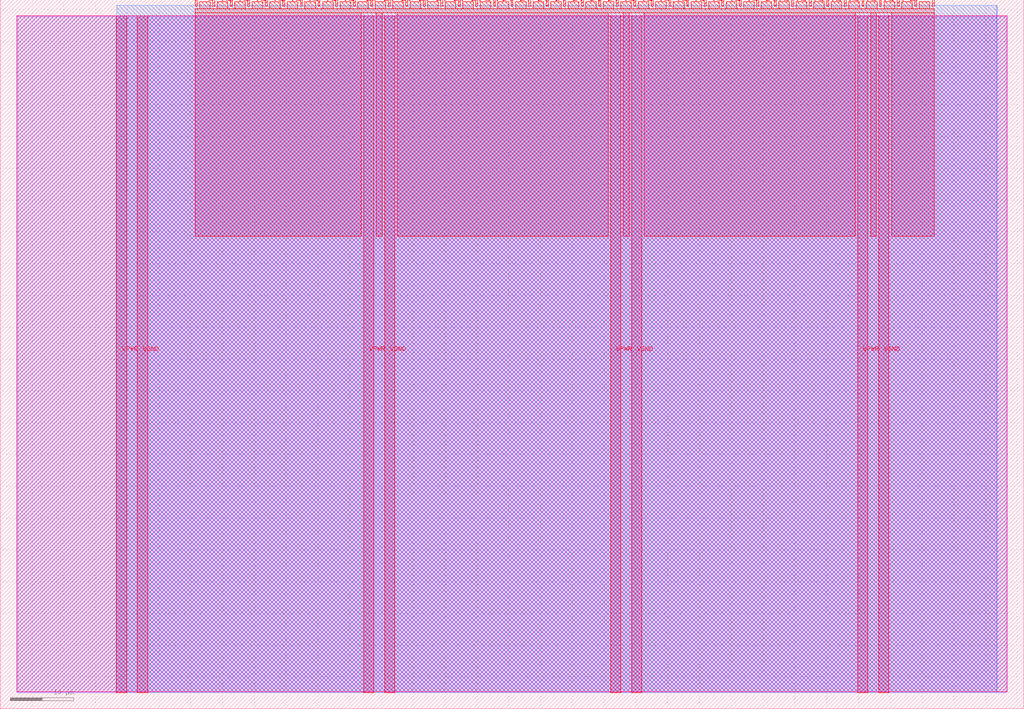
<source format=lef>
VERSION 5.7 ;
  NOWIREEXTENSIONATPIN ON ;
  DIVIDERCHAR "/" ;
  BUSBITCHARS "[]" ;
MACRO tt_um_mattvenn_spi_test
  CLASS BLOCK ;
  FOREIGN tt_um_mattvenn_spi_test ;
  ORIGIN 0.000 0.000 ;
  SIZE 161.000 BY 111.520 ;
  PIN VGND
    DIRECTION INOUT ;
    USE GROUND ;
    PORT
      LAYER met4 ;
        RECT 21.580 2.480 23.180 109.040 ;
    END
    PORT
      LAYER met4 ;
        RECT 60.450 2.480 62.050 109.040 ;
    END
    PORT
      LAYER met4 ;
        RECT 99.320 2.480 100.920 109.040 ;
    END
    PORT
      LAYER met4 ;
        RECT 138.190 2.480 139.790 109.040 ;
    END
  END VGND
  PIN VPWR
    DIRECTION INOUT ;
    USE POWER ;
    PORT
      LAYER met4 ;
        RECT 18.280 2.480 19.880 109.040 ;
    END
    PORT
      LAYER met4 ;
        RECT 57.150 2.480 58.750 109.040 ;
    END
    PORT
      LAYER met4 ;
        RECT 96.020 2.480 97.620 109.040 ;
    END
    PORT
      LAYER met4 ;
        RECT 134.890 2.480 136.490 109.040 ;
    END
  END VPWR
  PIN clk
    DIRECTION INPUT ;
    USE SIGNAL ;
    ANTENNAGATEAREA 0.852000 ;
    PORT
      LAYER met4 ;
        RECT 143.830 110.520 144.130 111.520 ;
    END
  END clk
  PIN ena
    DIRECTION INPUT ;
    USE SIGNAL ;
    ANTENNAGATEAREA 0.196500 ;
    PORT
      LAYER met4 ;
        RECT 146.590 110.520 146.890 111.520 ;
    END
  END ena
  PIN rst_n
    DIRECTION INPUT ;
    USE SIGNAL ;
    ANTENNAGATEAREA 0.196500 ;
    PORT
      LAYER met4 ;
        RECT 141.070 110.520 141.370 111.520 ;
    END
  END rst_n
  PIN ui_in[0]
    DIRECTION INPUT ;
    USE SIGNAL ;
    ANTENNAGATEAREA 0.196500 ;
    PORT
      LAYER met4 ;
        RECT 138.310 110.520 138.610 111.520 ;
    END
  END ui_in[0]
  PIN ui_in[1]
    DIRECTION INPUT ;
    USE SIGNAL ;
    ANTENNAGATEAREA 0.196500 ;
    PORT
      LAYER met4 ;
        RECT 135.550 110.520 135.850 111.520 ;
    END
  END ui_in[1]
  PIN ui_in[2]
    DIRECTION INPUT ;
    USE SIGNAL ;
    PORT
      LAYER met4 ;
        RECT 132.790 110.520 133.090 111.520 ;
    END
  END ui_in[2]
  PIN ui_in[3]
    DIRECTION INPUT ;
    USE SIGNAL ;
    PORT
      LAYER met4 ;
        RECT 130.030 110.520 130.330 111.520 ;
    END
  END ui_in[3]
  PIN ui_in[4]
    DIRECTION INPUT ;
    USE SIGNAL ;
    PORT
      LAYER met4 ;
        RECT 127.270 110.520 127.570 111.520 ;
    END
  END ui_in[4]
  PIN ui_in[5]
    DIRECTION INPUT ;
    USE SIGNAL ;
    PORT
      LAYER met4 ;
        RECT 124.510 110.520 124.810 111.520 ;
    END
  END ui_in[5]
  PIN ui_in[6]
    DIRECTION INPUT ;
    USE SIGNAL ;
    PORT
      LAYER met4 ;
        RECT 121.750 110.520 122.050 111.520 ;
    END
  END ui_in[6]
  PIN ui_in[7]
    DIRECTION INPUT ;
    USE SIGNAL ;
    PORT
      LAYER met4 ;
        RECT 118.990 110.520 119.290 111.520 ;
    END
  END ui_in[7]
  PIN uio_in[0]
    DIRECTION INPUT ;
    USE SIGNAL ;
    PORT
      LAYER met4 ;
        RECT 116.230 110.520 116.530 111.520 ;
    END
  END uio_in[0]
  PIN uio_in[1]
    DIRECTION INPUT ;
    USE SIGNAL ;
    PORT
      LAYER met4 ;
        RECT 113.470 110.520 113.770 111.520 ;
    END
  END uio_in[1]
  PIN uio_in[2]
    DIRECTION INPUT ;
    USE SIGNAL ;
    PORT
      LAYER met4 ;
        RECT 110.710 110.520 111.010 111.520 ;
    END
  END uio_in[2]
  PIN uio_in[3]
    DIRECTION INPUT ;
    USE SIGNAL ;
    PORT
      LAYER met4 ;
        RECT 107.950 110.520 108.250 111.520 ;
    END
  END uio_in[3]
  PIN uio_in[4]
    DIRECTION INPUT ;
    USE SIGNAL ;
    ANTENNAGATEAREA 0.196500 ;
    PORT
      LAYER met4 ;
        RECT 105.190 110.520 105.490 111.520 ;
    END
  END uio_in[4]
  PIN uio_in[5]
    DIRECTION INPUT ;
    USE SIGNAL ;
    ANTENNAGATEAREA 0.196500 ;
    PORT
      LAYER met4 ;
        RECT 102.430 110.520 102.730 111.520 ;
    END
  END uio_in[5]
  PIN uio_in[6]
    DIRECTION INPUT ;
    USE SIGNAL ;
    ANTENNAGATEAREA 0.196500 ;
    PORT
      LAYER met4 ;
        RECT 99.670 110.520 99.970 111.520 ;
    END
  END uio_in[6]
  PIN uio_in[7]
    DIRECTION INPUT ;
    USE SIGNAL ;
    PORT
      LAYER met4 ;
        RECT 96.910 110.520 97.210 111.520 ;
    END
  END uio_in[7]
  PIN uio_oe[0]
    DIRECTION OUTPUT ;
    USE SIGNAL ;
    PORT
      LAYER met4 ;
        RECT 49.990 110.520 50.290 111.520 ;
    END
  END uio_oe[0]
  PIN uio_oe[1]
    DIRECTION OUTPUT ;
    USE SIGNAL ;
    PORT
      LAYER met4 ;
        RECT 47.230 110.520 47.530 111.520 ;
    END
  END uio_oe[1]
  PIN uio_oe[2]
    DIRECTION OUTPUT ;
    USE SIGNAL ;
    PORT
      LAYER met4 ;
        RECT 44.470 110.520 44.770 111.520 ;
    END
  END uio_oe[2]
  PIN uio_oe[3]
    DIRECTION OUTPUT ;
    USE SIGNAL ;
    PORT
      LAYER met4 ;
        RECT 41.710 110.520 42.010 111.520 ;
    END
  END uio_oe[3]
  PIN uio_oe[4]
    DIRECTION OUTPUT ;
    USE SIGNAL ;
    PORT
      LAYER met4 ;
        RECT 38.950 110.520 39.250 111.520 ;
    END
  END uio_oe[4]
  PIN uio_oe[5]
    DIRECTION OUTPUT ;
    USE SIGNAL ;
    PORT
      LAYER met4 ;
        RECT 36.190 110.520 36.490 111.520 ;
    END
  END uio_oe[5]
  PIN uio_oe[6]
    DIRECTION OUTPUT ;
    USE SIGNAL ;
    PORT
      LAYER met4 ;
        RECT 33.430 110.520 33.730 111.520 ;
    END
  END uio_oe[6]
  PIN uio_oe[7]
    DIRECTION OUTPUT ;
    USE SIGNAL ;
    PORT
      LAYER met4 ;
        RECT 30.670 110.520 30.970 111.520 ;
    END
  END uio_oe[7]
  PIN uio_out[0]
    DIRECTION OUTPUT ;
    USE SIGNAL ;
    PORT
      LAYER met4 ;
        RECT 72.070 110.520 72.370 111.520 ;
    END
  END uio_out[0]
  PIN uio_out[1]
    DIRECTION OUTPUT ;
    USE SIGNAL ;
    PORT
      LAYER met4 ;
        RECT 69.310 110.520 69.610 111.520 ;
    END
  END uio_out[1]
  PIN uio_out[2]
    DIRECTION OUTPUT ;
    USE SIGNAL ;
    PORT
      LAYER met4 ;
        RECT 66.550 110.520 66.850 111.520 ;
    END
  END uio_out[2]
  PIN uio_out[3]
    DIRECTION OUTPUT ;
    USE SIGNAL ;
    ANTENNADIFFAREA 0.445500 ;
    PORT
      LAYER met4 ;
        RECT 63.790 110.520 64.090 111.520 ;
    END
  END uio_out[3]
  PIN uio_out[4]
    DIRECTION OUTPUT ;
    USE SIGNAL ;
    PORT
      LAYER met4 ;
        RECT 61.030 110.520 61.330 111.520 ;
    END
  END uio_out[4]
  PIN uio_out[5]
    DIRECTION OUTPUT ;
    USE SIGNAL ;
    PORT
      LAYER met4 ;
        RECT 58.270 110.520 58.570 111.520 ;
    END
  END uio_out[5]
  PIN uio_out[6]
    DIRECTION OUTPUT ;
    USE SIGNAL ;
    PORT
      LAYER met4 ;
        RECT 55.510 110.520 55.810 111.520 ;
    END
  END uio_out[6]
  PIN uio_out[7]
    DIRECTION OUTPUT ;
    USE SIGNAL ;
    PORT
      LAYER met4 ;
        RECT 52.750 110.520 53.050 111.520 ;
    END
  END uio_out[7]
  PIN uo_out[0]
    DIRECTION OUTPUT ;
    USE SIGNAL ;
    ANTENNADIFFAREA 0.445500 ;
    PORT
      LAYER met4 ;
        RECT 94.150 110.520 94.450 111.520 ;
    END
  END uo_out[0]
  PIN uo_out[1]
    DIRECTION OUTPUT ;
    USE SIGNAL ;
    ANTENNADIFFAREA 0.445500 ;
    PORT
      LAYER met4 ;
        RECT 91.390 110.520 91.690 111.520 ;
    END
  END uo_out[1]
  PIN uo_out[2]
    DIRECTION OUTPUT ;
    USE SIGNAL ;
    ANTENNADIFFAREA 0.445500 ;
    PORT
      LAYER met4 ;
        RECT 88.630 110.520 88.930 111.520 ;
    END
  END uo_out[2]
  PIN uo_out[3]
    DIRECTION OUTPUT ;
    USE SIGNAL ;
    ANTENNADIFFAREA 0.445500 ;
    PORT
      LAYER met4 ;
        RECT 85.870 110.520 86.170 111.520 ;
    END
  END uo_out[3]
  PIN uo_out[4]
    DIRECTION OUTPUT ;
    USE SIGNAL ;
    ANTENNADIFFAREA 0.445500 ;
    PORT
      LAYER met4 ;
        RECT 83.110 110.520 83.410 111.520 ;
    END
  END uo_out[4]
  PIN uo_out[5]
    DIRECTION OUTPUT ;
    USE SIGNAL ;
    ANTENNADIFFAREA 0.445500 ;
    PORT
      LAYER met4 ;
        RECT 80.350 110.520 80.650 111.520 ;
    END
  END uo_out[5]
  PIN uo_out[6]
    DIRECTION OUTPUT ;
    USE SIGNAL ;
    ANTENNADIFFAREA 0.445500 ;
    PORT
      LAYER met4 ;
        RECT 77.590 110.520 77.890 111.520 ;
    END
  END uo_out[6]
  PIN uo_out[7]
    DIRECTION OUTPUT ;
    USE SIGNAL ;
    ANTENNADIFFAREA 0.445500 ;
    PORT
      LAYER met4 ;
        RECT 74.830 110.520 75.130 111.520 ;
    END
  END uo_out[7]
  OBS
      LAYER nwell ;
        RECT 2.570 2.635 158.430 108.990 ;
      LAYER li1 ;
        RECT 2.760 2.635 158.240 108.885 ;
      LAYER met1 ;
        RECT 2.760 2.480 158.240 109.040 ;
      LAYER met2 ;
        RECT 18.310 2.535 156.770 110.685 ;
      LAYER met3 ;
        RECT 18.290 2.555 156.795 110.665 ;
      LAYER met4 ;
        RECT 31.370 110.120 33.030 111.170 ;
        RECT 34.130 110.120 35.790 111.170 ;
        RECT 36.890 110.120 38.550 111.170 ;
        RECT 39.650 110.120 41.310 111.170 ;
        RECT 42.410 110.120 44.070 111.170 ;
        RECT 45.170 110.120 46.830 111.170 ;
        RECT 47.930 110.120 49.590 111.170 ;
        RECT 50.690 110.120 52.350 111.170 ;
        RECT 53.450 110.120 55.110 111.170 ;
        RECT 56.210 110.120 57.870 111.170 ;
        RECT 58.970 110.120 60.630 111.170 ;
        RECT 61.730 110.120 63.390 111.170 ;
        RECT 64.490 110.120 66.150 111.170 ;
        RECT 67.250 110.120 68.910 111.170 ;
        RECT 70.010 110.120 71.670 111.170 ;
        RECT 72.770 110.120 74.430 111.170 ;
        RECT 75.530 110.120 77.190 111.170 ;
        RECT 78.290 110.120 79.950 111.170 ;
        RECT 81.050 110.120 82.710 111.170 ;
        RECT 83.810 110.120 85.470 111.170 ;
        RECT 86.570 110.120 88.230 111.170 ;
        RECT 89.330 110.120 90.990 111.170 ;
        RECT 92.090 110.120 93.750 111.170 ;
        RECT 94.850 110.120 96.510 111.170 ;
        RECT 97.610 110.120 99.270 111.170 ;
        RECT 100.370 110.120 102.030 111.170 ;
        RECT 103.130 110.120 104.790 111.170 ;
        RECT 105.890 110.120 107.550 111.170 ;
        RECT 108.650 110.120 110.310 111.170 ;
        RECT 111.410 110.120 113.070 111.170 ;
        RECT 114.170 110.120 115.830 111.170 ;
        RECT 116.930 110.120 118.590 111.170 ;
        RECT 119.690 110.120 121.350 111.170 ;
        RECT 122.450 110.120 124.110 111.170 ;
        RECT 125.210 110.120 126.870 111.170 ;
        RECT 127.970 110.120 129.630 111.170 ;
        RECT 130.730 110.120 132.390 111.170 ;
        RECT 133.490 110.120 135.150 111.170 ;
        RECT 136.250 110.120 137.910 111.170 ;
        RECT 139.010 110.120 140.670 111.170 ;
        RECT 141.770 110.120 143.430 111.170 ;
        RECT 144.530 110.120 146.190 111.170 ;
        RECT 30.655 109.440 146.905 110.120 ;
        RECT 30.655 74.295 56.750 109.440 ;
        RECT 59.150 74.295 60.050 109.440 ;
        RECT 62.450 74.295 95.620 109.440 ;
        RECT 98.020 74.295 98.920 109.440 ;
        RECT 101.320 74.295 134.490 109.440 ;
        RECT 136.890 74.295 137.790 109.440 ;
        RECT 140.190 74.295 146.905 109.440 ;
  END
END tt_um_mattvenn_spi_test
END LIBRARY


</source>
